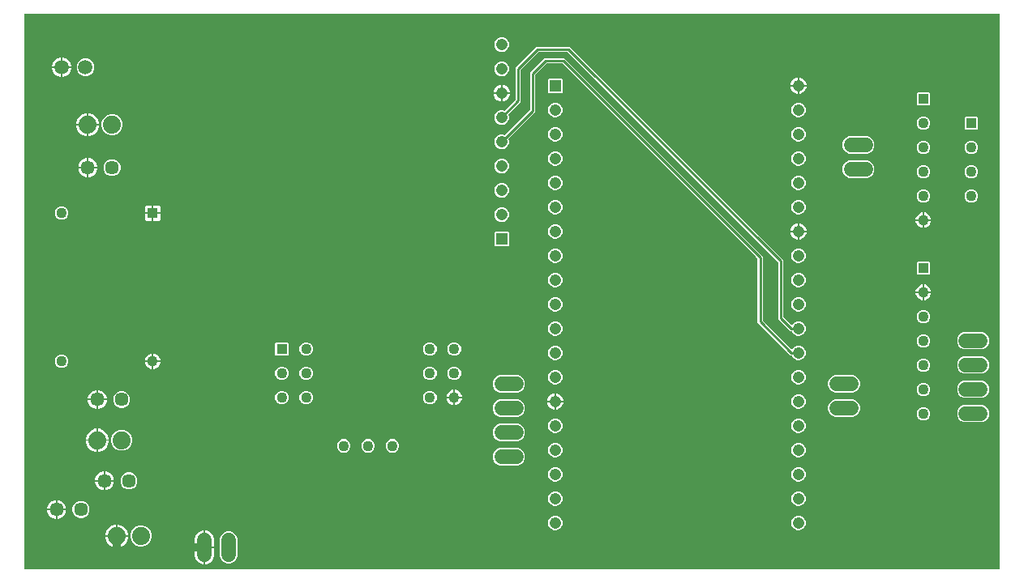
<source format=gbr>
G04 EAGLE Gerber RS-274X export*
G75*
%MOMM*%
%FSLAX34Y34*%
%LPD*%
%INBottom Copper*%
%IPPOS*%
%AMOC8*
5,1,8,0,0,1.08239X$1,22.5*%
G01*
G04 Define Apertures*
%ADD10R,1.208000X1.208000*%
%ADD11C,1.208000*%
%ADD12R,1.108000X1.108000*%
%ADD13C,1.108000*%
%ADD14C,1.508000*%
%ADD15C,1.879600*%
%ADD16C,1.450000*%
%ADD17C,1.524000*%
%ADD18C,0.220000*%
%ADD19C,0.812800*%
G36*
X1027375Y9220D02*
X1027078Y9160D01*
X9922Y9160D01*
X9647Y9211D01*
X9392Y9375D01*
X9220Y9625D01*
X9160Y9922D01*
X9160Y589078D01*
X9211Y589353D01*
X9375Y589608D01*
X9625Y589780D01*
X9922Y589840D01*
X1027078Y589840D01*
X1027353Y589789D01*
X1027608Y589625D01*
X1027780Y589375D01*
X1027840Y589078D01*
X1027840Y9922D01*
X1027789Y9647D01*
X1027625Y9392D01*
X1027375Y9220D01*
G37*
%LPC*%
G36*
X506095Y550136D02*
X509105Y550136D01*
X511885Y551288D01*
X514012Y553415D01*
X515164Y556195D01*
X515164Y559205D01*
X514012Y561985D01*
X511885Y564112D01*
X509105Y565264D01*
X506095Y565264D01*
X503315Y564112D01*
X501188Y561985D01*
X500036Y559205D01*
X500036Y556195D01*
X501188Y553415D01*
X503315Y551288D01*
X506095Y550136D01*
G37*
G36*
X815895Y253136D02*
X818905Y253136D01*
X821685Y254288D01*
X823812Y256415D01*
X824964Y259195D01*
X824964Y262205D01*
X823812Y264985D01*
X821685Y267112D01*
X818905Y268264D01*
X815895Y268264D01*
X813115Y267112D01*
X810988Y264985D01*
X810937Y264864D01*
X810789Y264634D01*
X810542Y264458D01*
X810246Y264393D01*
X809947Y264449D01*
X809695Y264616D01*
X801583Y272728D01*
X801420Y272969D01*
X801360Y273267D01*
X801360Y332351D01*
X578587Y555124D01*
X543913Y555124D01*
X522376Y533587D01*
X522376Y500303D01*
X522320Y500017D01*
X522153Y499764D01*
X511125Y488736D01*
X510889Y488576D01*
X510593Y488513D01*
X510295Y488571D01*
X509105Y489064D01*
X506095Y489064D01*
X503315Y487912D01*
X501188Y485785D01*
X500036Y483005D01*
X500036Y479995D01*
X501188Y477215D01*
X503315Y475088D01*
X506095Y473936D01*
X509105Y473936D01*
X511885Y475088D01*
X514012Y477215D01*
X515164Y479995D01*
X515164Y483005D01*
X514671Y484195D01*
X514613Y484474D01*
X514669Y484772D01*
X514836Y485025D01*
X527624Y497813D01*
X527624Y531097D01*
X527680Y531383D01*
X527847Y531636D01*
X545864Y549653D01*
X546105Y549816D01*
X546403Y549876D01*
X576097Y549876D01*
X576383Y549820D01*
X576636Y549653D01*
X795889Y330400D01*
X796052Y330159D01*
X796112Y329861D01*
X796112Y270777D01*
X808813Y258076D01*
X809791Y258076D01*
X810071Y258023D01*
X810325Y257857D01*
X810495Y257606D01*
X810988Y256415D01*
X813115Y254288D01*
X815895Y253136D01*
G37*
G36*
X37920Y534762D02*
X47238Y534762D01*
X47238Y544080D01*
X45995Y544080D01*
X42290Y542545D01*
X39455Y539710D01*
X37920Y536005D01*
X37920Y534762D01*
G37*
G36*
X48762Y534762D02*
X58080Y534762D01*
X58080Y536005D01*
X56545Y539710D01*
X53710Y542545D01*
X50005Y544080D01*
X48762Y544080D01*
X48762Y534762D01*
G37*
G36*
X815895Y227736D02*
X818905Y227736D01*
X821685Y228888D01*
X823812Y231015D01*
X824964Y233795D01*
X824964Y236805D01*
X823812Y239585D01*
X821685Y241712D01*
X818905Y242864D01*
X815895Y242864D01*
X813115Y241712D01*
X810988Y239585D01*
X810937Y239464D01*
X810789Y239234D01*
X810542Y239058D01*
X810246Y238993D01*
X809947Y239049D01*
X809695Y239216D01*
X780359Y268552D01*
X780196Y268793D01*
X780136Y269091D01*
X780136Y336075D01*
X572891Y543319D01*
X552109Y543319D01*
X537376Y528587D01*
X537376Y489903D01*
X537320Y489617D01*
X537153Y489364D01*
X511125Y463336D01*
X510889Y463176D01*
X510593Y463113D01*
X510295Y463171D01*
X509105Y463664D01*
X506095Y463664D01*
X503315Y462512D01*
X501188Y460385D01*
X500036Y457605D01*
X500036Y454595D01*
X501188Y451815D01*
X503315Y449688D01*
X506095Y448536D01*
X509105Y448536D01*
X511885Y449688D01*
X514012Y451815D01*
X515164Y454595D01*
X515164Y457605D01*
X514671Y458795D01*
X514613Y459074D01*
X514669Y459372D01*
X514836Y459625D01*
X542624Y487413D01*
X542624Y526097D01*
X542680Y526383D01*
X542847Y526636D01*
X554059Y537848D01*
X554301Y538011D01*
X554598Y538071D01*
X570402Y538071D01*
X570688Y538016D01*
X570941Y537848D01*
X774665Y334124D01*
X774828Y333883D01*
X774888Y333585D01*
X774888Y266601D01*
X808813Y232676D01*
X809791Y232676D01*
X810071Y232623D01*
X810325Y232457D01*
X810495Y232206D01*
X810988Y231015D01*
X813115Y228888D01*
X815895Y227736D01*
G37*
G36*
X71197Y524936D02*
X74803Y524936D01*
X78134Y526316D01*
X80684Y528866D01*
X82064Y532197D01*
X82064Y535803D01*
X80684Y539134D01*
X78134Y541684D01*
X74803Y543064D01*
X71197Y543064D01*
X67866Y541684D01*
X65316Y539134D01*
X63936Y535803D01*
X63936Y532197D01*
X65316Y528866D01*
X67866Y526316D01*
X71197Y524936D01*
G37*
G36*
X506095Y524736D02*
X509105Y524736D01*
X511885Y525888D01*
X514012Y528015D01*
X515164Y530795D01*
X515164Y533805D01*
X514012Y536585D01*
X511885Y538712D01*
X509105Y539864D01*
X506095Y539864D01*
X503315Y538712D01*
X501188Y536585D01*
X500036Y533805D01*
X500036Y530795D01*
X501188Y528015D01*
X503315Y525888D01*
X506095Y524736D01*
G37*
G36*
X45995Y523920D02*
X47238Y523920D01*
X47238Y533238D01*
X37920Y533238D01*
X37920Y531995D01*
X39455Y528290D01*
X42290Y525455D01*
X45995Y523920D01*
G37*
G36*
X48762Y523920D02*
X50005Y523920D01*
X53710Y525455D01*
X56545Y528290D01*
X58080Y531995D01*
X58080Y533238D01*
X48762Y533238D01*
X48762Y523920D01*
G37*
G36*
X808820Y515462D02*
X816638Y515462D01*
X816638Y523280D01*
X815693Y523280D01*
X812540Y521974D01*
X810126Y519560D01*
X808820Y516407D01*
X808820Y515462D01*
G37*
G36*
X818162Y515462D02*
X825980Y515462D01*
X825980Y516407D01*
X824674Y519560D01*
X822260Y521974D01*
X819107Y523280D01*
X818162Y523280D01*
X818162Y515462D01*
G37*
G36*
X556729Y507136D02*
X570071Y507136D01*
X570964Y508029D01*
X570964Y521371D01*
X570071Y522264D01*
X556729Y522264D01*
X555836Y521371D01*
X555836Y508029D01*
X556729Y507136D01*
G37*
G36*
X499020Y507662D02*
X506838Y507662D01*
X506838Y515480D01*
X505893Y515480D01*
X502740Y514174D01*
X500326Y511760D01*
X499020Y508607D01*
X499020Y507662D01*
G37*
G36*
X508362Y507662D02*
X516180Y507662D01*
X516180Y508607D01*
X514874Y511760D01*
X512460Y514174D01*
X509307Y515480D01*
X508362Y515480D01*
X508362Y507662D01*
G37*
G36*
X818162Y506120D02*
X819107Y506120D01*
X822260Y507426D01*
X824674Y509840D01*
X825980Y512993D01*
X825980Y513938D01*
X818162Y513938D01*
X818162Y506120D01*
G37*
G36*
X815693Y506120D02*
X816638Y506120D01*
X816638Y513938D01*
X808820Y513938D01*
X808820Y512993D01*
X810126Y509840D01*
X812540Y507426D01*
X815693Y506120D01*
G37*
G36*
X941829Y493936D02*
X954171Y493936D01*
X955064Y494829D01*
X955064Y507171D01*
X954171Y508064D01*
X941829Y508064D01*
X940936Y507171D01*
X940936Y494829D01*
X941829Y493936D01*
G37*
G36*
X508362Y498320D02*
X509307Y498320D01*
X512460Y499626D01*
X514874Y502040D01*
X516180Y505193D01*
X516180Y506138D01*
X508362Y506138D01*
X508362Y498320D01*
G37*
G36*
X505893Y498320D02*
X506838Y498320D01*
X506838Y506138D01*
X499020Y506138D01*
X499020Y505193D01*
X500326Y502040D01*
X502740Y499626D01*
X505893Y498320D01*
G37*
G36*
X815895Y481736D02*
X818905Y481736D01*
X821685Y482888D01*
X823812Y485015D01*
X824964Y487795D01*
X824964Y490805D01*
X823812Y493585D01*
X821685Y495712D01*
X818905Y496864D01*
X815895Y496864D01*
X813115Y495712D01*
X810988Y493585D01*
X809836Y490805D01*
X809836Y487795D01*
X810988Y485015D01*
X813115Y482888D01*
X815895Y481736D01*
G37*
G36*
X561895Y481736D02*
X564905Y481736D01*
X567685Y482888D01*
X569812Y485015D01*
X570964Y487795D01*
X570964Y490805D01*
X569812Y493585D01*
X567685Y495712D01*
X564905Y496864D01*
X561895Y496864D01*
X559115Y495712D01*
X556988Y493585D01*
X555836Y490805D01*
X555836Y487795D01*
X556988Y485015D01*
X559115Y482888D01*
X561895Y481736D01*
G37*
G36*
X63362Y474762D02*
X74538Y474762D01*
X74538Y485938D01*
X72925Y485938D01*
X68538Y484121D01*
X65179Y480762D01*
X63362Y476375D01*
X63362Y474762D01*
G37*
G36*
X76062Y474762D02*
X87238Y474762D01*
X87238Y476375D01*
X85421Y480762D01*
X82062Y484121D01*
X77675Y485938D01*
X76062Y485938D01*
X76062Y474762D01*
G37*
G36*
X98527Y463078D02*
X102873Y463078D01*
X106887Y464741D01*
X109959Y467813D01*
X111622Y471827D01*
X111622Y476173D01*
X109959Y480187D01*
X106887Y483259D01*
X102873Y484922D01*
X98527Y484922D01*
X94513Y483259D01*
X91441Y480187D01*
X89778Y476173D01*
X89778Y471827D01*
X91441Y467813D01*
X94513Y464741D01*
X98527Y463078D01*
G37*
G36*
X946595Y468536D02*
X949405Y468536D01*
X952001Y469611D01*
X953989Y471599D01*
X955064Y474195D01*
X955064Y477005D01*
X953989Y479601D01*
X952001Y481589D01*
X949405Y482664D01*
X946595Y482664D01*
X943999Y481589D01*
X942011Y479601D01*
X940936Y477005D01*
X940936Y474195D01*
X942011Y471599D01*
X943999Y469611D01*
X946595Y468536D01*
G37*
G36*
X991829Y468536D02*
X1004171Y468536D01*
X1005064Y469429D01*
X1005064Y481771D01*
X1004171Y482664D01*
X991829Y482664D01*
X990936Y481771D01*
X990936Y469429D01*
X991829Y468536D01*
G37*
G36*
X76062Y462062D02*
X77675Y462062D01*
X82062Y463879D01*
X85421Y467238D01*
X87238Y471625D01*
X87238Y473238D01*
X76062Y473238D01*
X76062Y462062D01*
G37*
G36*
X72925Y462062D02*
X74538Y462062D01*
X74538Y473238D01*
X63362Y473238D01*
X63362Y471625D01*
X65179Y467238D01*
X68538Y463879D01*
X72925Y462062D01*
G37*
G36*
X561895Y456336D02*
X564905Y456336D01*
X567685Y457488D01*
X569812Y459615D01*
X570964Y462395D01*
X570964Y465405D01*
X569812Y468185D01*
X567685Y470312D01*
X564905Y471464D01*
X561895Y471464D01*
X559115Y470312D01*
X556988Y468185D01*
X555836Y465405D01*
X555836Y462395D01*
X556988Y459615D01*
X559115Y457488D01*
X561895Y456336D01*
G37*
G36*
X815895Y456336D02*
X818905Y456336D01*
X821685Y457488D01*
X823812Y459615D01*
X824964Y462395D01*
X824964Y465405D01*
X823812Y468185D01*
X821685Y470312D01*
X818905Y471464D01*
X815895Y471464D01*
X813115Y470312D01*
X810988Y468185D01*
X809836Y465405D01*
X809836Y462395D01*
X810988Y459615D01*
X813115Y457488D01*
X815895Y456336D01*
G37*
G36*
X870561Y443556D02*
X889439Y443556D01*
X892800Y444948D01*
X895372Y447520D01*
X896764Y450881D01*
X896764Y454519D01*
X895372Y457880D01*
X892800Y460452D01*
X889439Y461844D01*
X870561Y461844D01*
X867200Y460452D01*
X864628Y457880D01*
X863236Y454519D01*
X863236Y450881D01*
X864628Y447520D01*
X867200Y444948D01*
X870561Y443556D01*
G37*
G36*
X996595Y443136D02*
X999405Y443136D01*
X1002001Y444211D01*
X1003989Y446199D01*
X1005064Y448795D01*
X1005064Y451605D01*
X1003989Y454201D01*
X1002001Y456189D01*
X999405Y457264D01*
X996595Y457264D01*
X993999Y456189D01*
X992011Y454201D01*
X990936Y451605D01*
X990936Y448795D01*
X992011Y446199D01*
X993999Y444211D01*
X996595Y443136D01*
G37*
G36*
X946595Y443136D02*
X949405Y443136D01*
X952001Y444211D01*
X953989Y446199D01*
X955064Y448795D01*
X955064Y451605D01*
X953989Y454201D01*
X952001Y456189D01*
X949405Y457264D01*
X946595Y457264D01*
X943999Y456189D01*
X942011Y454201D01*
X940936Y451605D01*
X940936Y448795D01*
X942011Y446199D01*
X943999Y444211D01*
X946595Y443136D01*
G37*
G36*
X815895Y430936D02*
X818905Y430936D01*
X821685Y432088D01*
X823812Y434215D01*
X824964Y436995D01*
X824964Y440005D01*
X823812Y442785D01*
X821685Y444912D01*
X818905Y446064D01*
X815895Y446064D01*
X813115Y444912D01*
X810988Y442785D01*
X809836Y440005D01*
X809836Y436995D01*
X810988Y434215D01*
X813115Y432088D01*
X815895Y430936D01*
G37*
G36*
X561895Y430936D02*
X564905Y430936D01*
X567685Y432088D01*
X569812Y434215D01*
X570964Y436995D01*
X570964Y440005D01*
X569812Y442785D01*
X567685Y444912D01*
X564905Y446064D01*
X561895Y446064D01*
X559115Y444912D01*
X556988Y442785D01*
X555836Y440005D01*
X555836Y436995D01*
X556988Y434215D01*
X559115Y432088D01*
X561895Y430936D01*
G37*
G36*
X65510Y429762D02*
X74538Y429762D01*
X74538Y438790D01*
X73353Y438790D01*
X69754Y437300D01*
X67000Y434546D01*
X65510Y430947D01*
X65510Y429762D01*
G37*
G36*
X76062Y429762D02*
X85090Y429762D01*
X85090Y430947D01*
X83600Y434546D01*
X80846Y437300D01*
X77247Y438790D01*
X76062Y438790D01*
X76062Y429762D01*
G37*
G36*
X506095Y423136D02*
X509105Y423136D01*
X511885Y424288D01*
X514012Y426415D01*
X515164Y429195D01*
X515164Y432205D01*
X514012Y434985D01*
X511885Y437112D01*
X509105Y438264D01*
X506095Y438264D01*
X503315Y437112D01*
X501188Y434985D01*
X500036Y432205D01*
X500036Y429195D01*
X501188Y426415D01*
X503315Y424288D01*
X506095Y423136D01*
G37*
G36*
X98955Y420226D02*
X102445Y420226D01*
X105670Y421562D01*
X108138Y424030D01*
X109474Y427255D01*
X109474Y430745D01*
X108138Y433970D01*
X105670Y436438D01*
X102445Y437774D01*
X98955Y437774D01*
X95730Y436438D01*
X93262Y433970D01*
X91926Y430745D01*
X91926Y427255D01*
X93262Y424030D01*
X95730Y421562D01*
X98955Y420226D01*
G37*
G36*
X870561Y418156D02*
X889439Y418156D01*
X892800Y419548D01*
X895372Y422120D01*
X896764Y425481D01*
X896764Y429119D01*
X895372Y432480D01*
X892800Y435052D01*
X889439Y436444D01*
X870561Y436444D01*
X867200Y435052D01*
X864628Y432480D01*
X863236Y429119D01*
X863236Y425481D01*
X864628Y422120D01*
X867200Y419548D01*
X870561Y418156D01*
G37*
G36*
X996595Y417736D02*
X999405Y417736D01*
X1002001Y418811D01*
X1003989Y420799D01*
X1005064Y423395D01*
X1005064Y426205D01*
X1003989Y428801D01*
X1002001Y430789D01*
X999405Y431864D01*
X996595Y431864D01*
X993999Y430789D01*
X992011Y428801D01*
X990936Y426205D01*
X990936Y423395D01*
X992011Y420799D01*
X993999Y418811D01*
X996595Y417736D01*
G37*
G36*
X946595Y417736D02*
X949405Y417736D01*
X952001Y418811D01*
X953989Y420799D01*
X955064Y423395D01*
X955064Y426205D01*
X953989Y428801D01*
X952001Y430789D01*
X949405Y431864D01*
X946595Y431864D01*
X943999Y430789D01*
X942011Y428801D01*
X940936Y426205D01*
X940936Y423395D01*
X942011Y420799D01*
X943999Y418811D01*
X946595Y417736D01*
G37*
G36*
X76062Y419210D02*
X77247Y419210D01*
X80846Y420700D01*
X83600Y423454D01*
X85090Y427053D01*
X85090Y428238D01*
X76062Y428238D01*
X76062Y419210D01*
G37*
G36*
X73353Y419210D02*
X74538Y419210D01*
X74538Y428238D01*
X65510Y428238D01*
X65510Y427053D01*
X67000Y423454D01*
X69754Y420700D01*
X73353Y419210D01*
G37*
G36*
X815895Y405536D02*
X818905Y405536D01*
X821685Y406688D01*
X823812Y408815D01*
X824964Y411595D01*
X824964Y414605D01*
X823812Y417385D01*
X821685Y419512D01*
X818905Y420664D01*
X815895Y420664D01*
X813115Y419512D01*
X810988Y417385D01*
X809836Y414605D01*
X809836Y411595D01*
X810988Y408815D01*
X813115Y406688D01*
X815895Y405536D01*
G37*
G36*
X561895Y405536D02*
X564905Y405536D01*
X567685Y406688D01*
X569812Y408815D01*
X570964Y411595D01*
X570964Y414605D01*
X569812Y417385D01*
X567685Y419512D01*
X564905Y420664D01*
X561895Y420664D01*
X559115Y419512D01*
X556988Y417385D01*
X555836Y414605D01*
X555836Y411595D01*
X556988Y408815D01*
X559115Y406688D01*
X561895Y405536D01*
G37*
G36*
X506095Y397736D02*
X509105Y397736D01*
X511885Y398888D01*
X514012Y401015D01*
X515164Y403795D01*
X515164Y406805D01*
X514012Y409585D01*
X511885Y411712D01*
X509105Y412864D01*
X506095Y412864D01*
X503315Y411712D01*
X501188Y409585D01*
X500036Y406805D01*
X500036Y403795D01*
X501188Y401015D01*
X503315Y398888D01*
X506095Y397736D01*
G37*
G36*
X946595Y392336D02*
X949405Y392336D01*
X952001Y393411D01*
X953989Y395399D01*
X955064Y397995D01*
X955064Y400805D01*
X953989Y403401D01*
X952001Y405389D01*
X949405Y406464D01*
X946595Y406464D01*
X943999Y405389D01*
X942011Y403401D01*
X940936Y400805D01*
X940936Y397995D01*
X942011Y395399D01*
X943999Y393411D01*
X946595Y392336D01*
G37*
G36*
X996595Y392336D02*
X999405Y392336D01*
X1002001Y393411D01*
X1003989Y395399D01*
X1005064Y397995D01*
X1005064Y400805D01*
X1003989Y403401D01*
X1002001Y405389D01*
X999405Y406464D01*
X996595Y406464D01*
X993999Y405389D01*
X992011Y403401D01*
X990936Y400805D01*
X990936Y397995D01*
X992011Y395399D01*
X993999Y393411D01*
X996595Y392336D01*
G37*
G36*
X815895Y380136D02*
X818905Y380136D01*
X821685Y381288D01*
X823812Y383415D01*
X824964Y386195D01*
X824964Y389205D01*
X823812Y391985D01*
X821685Y394112D01*
X818905Y395264D01*
X815895Y395264D01*
X813115Y394112D01*
X810988Y391985D01*
X809836Y389205D01*
X809836Y386195D01*
X810988Y383415D01*
X813115Y381288D01*
X815895Y380136D01*
G37*
G36*
X561895Y380136D02*
X564905Y380136D01*
X567685Y381288D01*
X569812Y383415D01*
X570964Y386195D01*
X570964Y389205D01*
X569812Y391985D01*
X567685Y394112D01*
X564905Y395264D01*
X561895Y395264D01*
X559115Y394112D01*
X556988Y391985D01*
X555836Y389205D01*
X555836Y386195D01*
X556988Y383415D01*
X559115Y381288D01*
X561895Y380136D01*
G37*
G36*
X134920Y382262D02*
X142238Y382262D01*
X142238Y389580D01*
X136408Y389580D01*
X134920Y388092D01*
X134920Y382262D01*
G37*
G36*
X143762Y382262D02*
X151080Y382262D01*
X151080Y388092D01*
X149592Y389580D01*
X143762Y389580D01*
X143762Y382262D01*
G37*
G36*
X46595Y374436D02*
X49405Y374436D01*
X52001Y375511D01*
X53989Y377499D01*
X55064Y380095D01*
X55064Y382905D01*
X53989Y385501D01*
X52001Y387489D01*
X49405Y388564D01*
X46595Y388564D01*
X43999Y387489D01*
X42011Y385501D01*
X40936Y382905D01*
X40936Y380095D01*
X42011Y377499D01*
X43999Y375511D01*
X46595Y374436D01*
G37*
G36*
X506095Y372336D02*
X509105Y372336D01*
X511885Y373488D01*
X514012Y375615D01*
X515164Y378395D01*
X515164Y381405D01*
X514012Y384185D01*
X511885Y386312D01*
X509105Y387464D01*
X506095Y387464D01*
X503315Y386312D01*
X501188Y384185D01*
X500036Y381405D01*
X500036Y378395D01*
X501188Y375615D01*
X503315Y373488D01*
X506095Y372336D01*
G37*
G36*
X939920Y374762D02*
X947238Y374762D01*
X947238Y382080D01*
X946393Y382080D01*
X943423Y380850D01*
X941150Y378577D01*
X939920Y375607D01*
X939920Y374762D01*
G37*
G36*
X948762Y374762D02*
X956080Y374762D01*
X956080Y375607D01*
X954850Y378577D01*
X952577Y380850D01*
X949607Y382080D01*
X948762Y382080D01*
X948762Y374762D01*
G37*
G36*
X143762Y373420D02*
X149592Y373420D01*
X151080Y374908D01*
X151080Y380738D01*
X143762Y380738D01*
X143762Y373420D01*
G37*
G36*
X136408Y373420D02*
X142238Y373420D01*
X142238Y380738D01*
X134920Y380738D01*
X134920Y374908D01*
X136408Y373420D01*
G37*
G36*
X948762Y365920D02*
X949607Y365920D01*
X952577Y367150D01*
X954850Y369423D01*
X956080Y372393D01*
X956080Y373238D01*
X948762Y373238D01*
X948762Y365920D01*
G37*
G36*
X946393Y365920D02*
X947238Y365920D01*
X947238Y373238D01*
X939920Y373238D01*
X939920Y372393D01*
X941150Y369423D01*
X943423Y367150D01*
X946393Y365920D01*
G37*
G36*
X808820Y363062D02*
X816638Y363062D01*
X816638Y370880D01*
X815693Y370880D01*
X812540Y369574D01*
X810126Y367160D01*
X808820Y364007D01*
X808820Y363062D01*
G37*
G36*
X818162Y363062D02*
X825980Y363062D01*
X825980Y364007D01*
X824674Y367160D01*
X822260Y369574D01*
X819107Y370880D01*
X818162Y370880D01*
X818162Y363062D01*
G37*
G36*
X561895Y354736D02*
X564905Y354736D01*
X567685Y355888D01*
X569812Y358015D01*
X570964Y360795D01*
X570964Y363805D01*
X569812Y366585D01*
X567685Y368712D01*
X564905Y369864D01*
X561895Y369864D01*
X559115Y368712D01*
X556988Y366585D01*
X555836Y363805D01*
X555836Y360795D01*
X556988Y358015D01*
X559115Y355888D01*
X561895Y354736D01*
G37*
G36*
X500929Y346936D02*
X514271Y346936D01*
X515164Y347829D01*
X515164Y361171D01*
X514271Y362064D01*
X500929Y362064D01*
X500036Y361171D01*
X500036Y347829D01*
X500929Y346936D01*
G37*
G36*
X818162Y353720D02*
X819107Y353720D01*
X822260Y355026D01*
X824674Y357440D01*
X825980Y360593D01*
X825980Y361538D01*
X818162Y361538D01*
X818162Y353720D01*
G37*
G36*
X815693Y353720D02*
X816638Y353720D01*
X816638Y361538D01*
X808820Y361538D01*
X808820Y360593D01*
X810126Y357440D01*
X812540Y355026D01*
X815693Y353720D01*
G37*
G36*
X815895Y329336D02*
X818905Y329336D01*
X821685Y330488D01*
X823812Y332615D01*
X824964Y335395D01*
X824964Y338405D01*
X823812Y341185D01*
X821685Y343312D01*
X818905Y344464D01*
X815895Y344464D01*
X813115Y343312D01*
X810988Y341185D01*
X809836Y338405D01*
X809836Y335395D01*
X810988Y332615D01*
X813115Y330488D01*
X815895Y329336D01*
G37*
G36*
X561895Y329336D02*
X564905Y329336D01*
X567685Y330488D01*
X569812Y332615D01*
X570964Y335395D01*
X570964Y338405D01*
X569812Y341185D01*
X567685Y343312D01*
X564905Y344464D01*
X561895Y344464D01*
X559115Y343312D01*
X556988Y341185D01*
X555836Y338405D01*
X555836Y335395D01*
X556988Y332615D01*
X559115Y330488D01*
X561895Y329336D01*
G37*
G36*
X941829Y316936D02*
X954171Y316936D01*
X955064Y317829D01*
X955064Y330171D01*
X954171Y331064D01*
X941829Y331064D01*
X940936Y330171D01*
X940936Y317829D01*
X941829Y316936D01*
G37*
G36*
X815895Y303936D02*
X818905Y303936D01*
X821685Y305088D01*
X823812Y307215D01*
X824964Y309995D01*
X824964Y313005D01*
X823812Y315785D01*
X821685Y317912D01*
X818905Y319064D01*
X815895Y319064D01*
X813115Y317912D01*
X810988Y315785D01*
X809836Y313005D01*
X809836Y309995D01*
X810988Y307215D01*
X813115Y305088D01*
X815895Y303936D01*
G37*
G36*
X561895Y303936D02*
X564905Y303936D01*
X567685Y305088D01*
X569812Y307215D01*
X570964Y309995D01*
X570964Y313005D01*
X569812Y315785D01*
X567685Y317912D01*
X564905Y319064D01*
X561895Y319064D01*
X559115Y317912D01*
X556988Y315785D01*
X555836Y313005D01*
X555836Y309995D01*
X556988Y307215D01*
X559115Y305088D01*
X561895Y303936D01*
G37*
G36*
X939920Y299362D02*
X947238Y299362D01*
X947238Y306680D01*
X946393Y306680D01*
X943423Y305450D01*
X941150Y303177D01*
X939920Y300207D01*
X939920Y299362D01*
G37*
G36*
X948762Y299362D02*
X956080Y299362D01*
X956080Y300207D01*
X954850Y303177D01*
X952577Y305450D01*
X949607Y306680D01*
X948762Y306680D01*
X948762Y299362D01*
G37*
G36*
X948762Y290520D02*
X949607Y290520D01*
X952577Y291750D01*
X954850Y294023D01*
X956080Y296993D01*
X956080Y297838D01*
X948762Y297838D01*
X948762Y290520D01*
G37*
G36*
X946393Y290520D02*
X947238Y290520D01*
X947238Y297838D01*
X939920Y297838D01*
X939920Y296993D01*
X941150Y294023D01*
X943423Y291750D01*
X946393Y290520D01*
G37*
G36*
X815895Y278536D02*
X818905Y278536D01*
X821685Y279688D01*
X823812Y281815D01*
X824964Y284595D01*
X824964Y287605D01*
X823812Y290385D01*
X821685Y292512D01*
X818905Y293664D01*
X815895Y293664D01*
X813115Y292512D01*
X810988Y290385D01*
X809836Y287605D01*
X809836Y284595D01*
X810988Y281815D01*
X813115Y279688D01*
X815895Y278536D01*
G37*
G36*
X561895Y278536D02*
X564905Y278536D01*
X567685Y279688D01*
X569812Y281815D01*
X570964Y284595D01*
X570964Y287605D01*
X569812Y290385D01*
X567685Y292512D01*
X564905Y293664D01*
X561895Y293664D01*
X559115Y292512D01*
X556988Y290385D01*
X555836Y287605D01*
X555836Y284595D01*
X556988Y281815D01*
X559115Y279688D01*
X561895Y278536D01*
G37*
G36*
X946595Y266136D02*
X949405Y266136D01*
X952001Y267211D01*
X953989Y269199D01*
X955064Y271795D01*
X955064Y274605D01*
X953989Y277201D01*
X952001Y279189D01*
X949405Y280264D01*
X946595Y280264D01*
X943999Y279189D01*
X942011Y277201D01*
X940936Y274605D01*
X940936Y271795D01*
X942011Y269199D01*
X943999Y267211D01*
X946595Y266136D01*
G37*
G36*
X561895Y253136D02*
X564905Y253136D01*
X567685Y254288D01*
X569812Y256415D01*
X570964Y259195D01*
X570964Y262205D01*
X569812Y264985D01*
X567685Y267112D01*
X564905Y268264D01*
X561895Y268264D01*
X559115Y267112D01*
X556988Y264985D01*
X555836Y262205D01*
X555836Y259195D01*
X556988Y256415D01*
X559115Y254288D01*
X561895Y253136D01*
G37*
G36*
X990561Y238956D02*
X1009439Y238956D01*
X1012800Y240348D01*
X1015372Y242920D01*
X1016764Y246281D01*
X1016764Y249919D01*
X1015372Y253280D01*
X1012800Y255852D01*
X1009439Y257244D01*
X990561Y257244D01*
X987200Y255852D01*
X984628Y253280D01*
X983236Y249919D01*
X983236Y246281D01*
X984628Y242920D01*
X987200Y240348D01*
X990561Y238956D01*
G37*
G36*
X946595Y240736D02*
X949405Y240736D01*
X952001Y241811D01*
X953989Y243799D01*
X955064Y246395D01*
X955064Y249205D01*
X953989Y251801D01*
X952001Y253789D01*
X949405Y254864D01*
X946595Y254864D01*
X943999Y253789D01*
X942011Y251801D01*
X940936Y249205D01*
X940936Y246395D01*
X942011Y243799D01*
X943999Y241811D01*
X946595Y240736D01*
G37*
G36*
X301995Y232336D02*
X304805Y232336D01*
X307401Y233411D01*
X309389Y235399D01*
X310464Y237995D01*
X310464Y240805D01*
X309389Y243401D01*
X307401Y245389D01*
X304805Y246464D01*
X301995Y246464D01*
X299399Y245389D01*
X297411Y243401D01*
X296336Y240805D01*
X296336Y237995D01*
X297411Y235399D01*
X299399Y233411D01*
X301995Y232336D01*
G37*
G36*
X456595Y232336D02*
X459405Y232336D01*
X462001Y233411D01*
X463989Y235399D01*
X465064Y237995D01*
X465064Y240805D01*
X463989Y243401D01*
X462001Y245389D01*
X459405Y246464D01*
X456595Y246464D01*
X453999Y245389D01*
X452011Y243401D01*
X450936Y240805D01*
X450936Y237995D01*
X452011Y235399D01*
X453999Y233411D01*
X456595Y232336D01*
G37*
G36*
X431195Y232336D02*
X434005Y232336D01*
X436601Y233411D01*
X438589Y235399D01*
X439664Y237995D01*
X439664Y240805D01*
X438589Y243401D01*
X436601Y245389D01*
X434005Y246464D01*
X431195Y246464D01*
X428599Y245389D01*
X426611Y243401D01*
X425536Y240805D01*
X425536Y237995D01*
X426611Y235399D01*
X428599Y233411D01*
X431195Y232336D01*
G37*
G36*
X271829Y232336D02*
X284171Y232336D01*
X285064Y233229D01*
X285064Y245571D01*
X284171Y246464D01*
X271829Y246464D01*
X270936Y245571D01*
X270936Y233229D01*
X271829Y232336D01*
G37*
G36*
X561895Y227736D02*
X564905Y227736D01*
X567685Y228888D01*
X569812Y231015D01*
X570964Y233795D01*
X570964Y236805D01*
X569812Y239585D01*
X567685Y241712D01*
X564905Y242864D01*
X561895Y242864D01*
X559115Y241712D01*
X556988Y239585D01*
X555836Y236805D01*
X555836Y233795D01*
X556988Y231015D01*
X559115Y228888D01*
X561895Y227736D01*
G37*
G36*
X134920Y227262D02*
X142238Y227262D01*
X142238Y234580D01*
X141393Y234580D01*
X138423Y233350D01*
X136150Y231077D01*
X134920Y228107D01*
X134920Y227262D01*
G37*
G36*
X143762Y227262D02*
X151080Y227262D01*
X151080Y228107D01*
X149850Y231077D01*
X147577Y233350D01*
X144607Y234580D01*
X143762Y234580D01*
X143762Y227262D01*
G37*
G36*
X46595Y219436D02*
X49405Y219436D01*
X52001Y220511D01*
X53989Y222499D01*
X55064Y225095D01*
X55064Y227905D01*
X53989Y230501D01*
X52001Y232489D01*
X49405Y233564D01*
X46595Y233564D01*
X43999Y232489D01*
X42011Y230501D01*
X40936Y227905D01*
X40936Y225095D01*
X42011Y222499D01*
X43999Y220511D01*
X46595Y219436D01*
G37*
G36*
X990561Y213556D02*
X1009439Y213556D01*
X1012800Y214948D01*
X1015372Y217520D01*
X1016764Y220881D01*
X1016764Y224519D01*
X1015372Y227880D01*
X1012800Y230452D01*
X1009439Y231844D01*
X990561Y231844D01*
X987200Y230452D01*
X984628Y227880D01*
X983236Y224519D01*
X983236Y220881D01*
X984628Y217520D01*
X987200Y214948D01*
X990561Y213556D01*
G37*
G36*
X946595Y215336D02*
X949405Y215336D01*
X952001Y216411D01*
X953989Y218399D01*
X955064Y220995D01*
X955064Y223805D01*
X953989Y226401D01*
X952001Y228389D01*
X949405Y229464D01*
X946595Y229464D01*
X943999Y228389D01*
X942011Y226401D01*
X940936Y223805D01*
X940936Y220995D01*
X942011Y218399D01*
X943999Y216411D01*
X946595Y215336D01*
G37*
G36*
X143762Y218420D02*
X144607Y218420D01*
X147577Y219650D01*
X149850Y221923D01*
X151080Y224893D01*
X151080Y225738D01*
X143762Y225738D01*
X143762Y218420D01*
G37*
G36*
X141393Y218420D02*
X142238Y218420D01*
X142238Y225738D01*
X134920Y225738D01*
X134920Y224893D01*
X136150Y221923D01*
X138423Y219650D01*
X141393Y218420D01*
G37*
G36*
X276595Y206936D02*
X279405Y206936D01*
X282001Y208011D01*
X283989Y209999D01*
X285064Y212595D01*
X285064Y215405D01*
X283989Y218001D01*
X282001Y219989D01*
X279405Y221064D01*
X276595Y221064D01*
X273999Y219989D01*
X272011Y218001D01*
X270936Y215405D01*
X270936Y212595D01*
X272011Y209999D01*
X273999Y208011D01*
X276595Y206936D01*
G37*
G36*
X301995Y206936D02*
X304805Y206936D01*
X307401Y208011D01*
X309389Y209999D01*
X310464Y212595D01*
X310464Y215405D01*
X309389Y218001D01*
X307401Y219989D01*
X304805Y221064D01*
X301995Y221064D01*
X299399Y219989D01*
X297411Y218001D01*
X296336Y215405D01*
X296336Y212595D01*
X297411Y209999D01*
X299399Y208011D01*
X301995Y206936D01*
G37*
G36*
X431195Y206936D02*
X434005Y206936D01*
X436601Y208011D01*
X438589Y209999D01*
X439664Y212595D01*
X439664Y215405D01*
X438589Y218001D01*
X436601Y219989D01*
X434005Y221064D01*
X431195Y221064D01*
X428599Y219989D01*
X426611Y218001D01*
X425536Y215405D01*
X425536Y212595D01*
X426611Y209999D01*
X428599Y208011D01*
X431195Y206936D01*
G37*
G36*
X456595Y206936D02*
X459405Y206936D01*
X462001Y208011D01*
X463989Y209999D01*
X465064Y212595D01*
X465064Y215405D01*
X463989Y218001D01*
X462001Y219989D01*
X459405Y221064D01*
X456595Y221064D01*
X453999Y219989D01*
X452011Y218001D01*
X450936Y215405D01*
X450936Y212595D01*
X452011Y209999D01*
X453999Y208011D01*
X456595Y206936D01*
G37*
G36*
X561895Y202336D02*
X564905Y202336D01*
X567685Y203488D01*
X569812Y205615D01*
X570964Y208395D01*
X570964Y211405D01*
X569812Y214185D01*
X567685Y216312D01*
X564905Y217464D01*
X561895Y217464D01*
X559115Y216312D01*
X556988Y214185D01*
X555836Y211405D01*
X555836Y208395D01*
X556988Y205615D01*
X559115Y203488D01*
X561895Y202336D01*
G37*
G36*
X815895Y202336D02*
X818905Y202336D01*
X821685Y203488D01*
X823812Y205615D01*
X824964Y208395D01*
X824964Y211405D01*
X823812Y214185D01*
X821685Y216312D01*
X818905Y217464D01*
X815895Y217464D01*
X813115Y216312D01*
X810988Y214185D01*
X809836Y211405D01*
X809836Y208395D01*
X810988Y205615D01*
X813115Y203488D01*
X815895Y202336D01*
G37*
G36*
X505561Y193956D02*
X524439Y193956D01*
X527800Y195348D01*
X530372Y197920D01*
X531764Y201281D01*
X531764Y204919D01*
X530372Y208280D01*
X527800Y210852D01*
X524439Y212244D01*
X505561Y212244D01*
X502200Y210852D01*
X499628Y208280D01*
X498236Y204919D01*
X498236Y201281D01*
X499628Y197920D01*
X502200Y195348D01*
X505561Y193956D01*
G37*
G36*
X855561Y193556D02*
X874439Y193556D01*
X877800Y194948D01*
X880372Y197520D01*
X881764Y200881D01*
X881764Y204519D01*
X880372Y207880D01*
X877800Y210452D01*
X874439Y211844D01*
X855561Y211844D01*
X852200Y210452D01*
X849628Y207880D01*
X848236Y204519D01*
X848236Y200881D01*
X849628Y197520D01*
X852200Y194948D01*
X855561Y193556D01*
G37*
G36*
X990561Y188156D02*
X1009439Y188156D01*
X1012800Y189548D01*
X1015372Y192120D01*
X1016764Y195481D01*
X1016764Y199119D01*
X1015372Y202480D01*
X1012800Y205052D01*
X1009439Y206444D01*
X990561Y206444D01*
X987200Y205052D01*
X984628Y202480D01*
X983236Y199119D01*
X983236Y195481D01*
X984628Y192120D01*
X987200Y189548D01*
X990561Y188156D01*
G37*
G36*
X946595Y189936D02*
X949405Y189936D01*
X952001Y191011D01*
X953989Y192999D01*
X955064Y195595D01*
X955064Y198405D01*
X953989Y201001D01*
X952001Y202989D01*
X949405Y204064D01*
X946595Y204064D01*
X943999Y202989D01*
X942011Y201001D01*
X940936Y198405D01*
X940936Y195595D01*
X942011Y192999D01*
X943999Y191011D01*
X946595Y189936D01*
G37*
G36*
X449920Y189362D02*
X457238Y189362D01*
X457238Y196680D01*
X456393Y196680D01*
X453423Y195450D01*
X451150Y193177D01*
X449920Y190207D01*
X449920Y189362D01*
G37*
G36*
X458762Y189362D02*
X466080Y189362D01*
X466080Y190207D01*
X464850Y193177D01*
X462577Y195450D01*
X459607Y196680D01*
X458762Y196680D01*
X458762Y189362D01*
G37*
G36*
X75510Y187262D02*
X84538Y187262D01*
X84538Y196290D01*
X83353Y196290D01*
X79754Y194800D01*
X77000Y192046D01*
X75510Y188447D01*
X75510Y187262D01*
G37*
G36*
X86062Y187262D02*
X95090Y187262D01*
X95090Y188447D01*
X93600Y192046D01*
X90846Y194800D01*
X87247Y196290D01*
X86062Y196290D01*
X86062Y187262D01*
G37*
G36*
X431195Y181536D02*
X434005Y181536D01*
X436601Y182611D01*
X438589Y184599D01*
X439664Y187195D01*
X439664Y190005D01*
X438589Y192601D01*
X436601Y194589D01*
X434005Y195664D01*
X431195Y195664D01*
X428599Y194589D01*
X426611Y192601D01*
X425536Y190005D01*
X425536Y187195D01*
X426611Y184599D01*
X428599Y182611D01*
X431195Y181536D01*
G37*
G36*
X301995Y181536D02*
X304805Y181536D01*
X307401Y182611D01*
X309389Y184599D01*
X310464Y187195D01*
X310464Y190005D01*
X309389Y192601D01*
X307401Y194589D01*
X304805Y195664D01*
X301995Y195664D01*
X299399Y194589D01*
X297411Y192601D01*
X296336Y190005D01*
X296336Y187195D01*
X297411Y184599D01*
X299399Y182611D01*
X301995Y181536D01*
G37*
G36*
X276595Y181536D02*
X279405Y181536D01*
X282001Y182611D01*
X283989Y184599D01*
X285064Y187195D01*
X285064Y190005D01*
X283989Y192601D01*
X282001Y194589D01*
X279405Y195664D01*
X276595Y195664D01*
X273999Y194589D01*
X272011Y192601D01*
X270936Y190005D01*
X270936Y187195D01*
X272011Y184599D01*
X273999Y182611D01*
X276595Y181536D01*
G37*
G36*
X108955Y177726D02*
X112445Y177726D01*
X115670Y179062D01*
X118138Y181530D01*
X119474Y184755D01*
X119474Y188245D01*
X118138Y191470D01*
X115670Y193938D01*
X112445Y195274D01*
X108955Y195274D01*
X105730Y193938D01*
X103262Y191470D01*
X101926Y188245D01*
X101926Y184755D01*
X103262Y181530D01*
X105730Y179062D01*
X108955Y177726D01*
G37*
G36*
X554820Y185262D02*
X562638Y185262D01*
X562638Y193080D01*
X561693Y193080D01*
X558540Y191774D01*
X556126Y189360D01*
X554820Y186207D01*
X554820Y185262D01*
G37*
G36*
X564162Y185262D02*
X571980Y185262D01*
X571980Y186207D01*
X570674Y189360D01*
X568260Y191774D01*
X565107Y193080D01*
X564162Y193080D01*
X564162Y185262D01*
G37*
G36*
X815895Y176936D02*
X818905Y176936D01*
X821685Y178088D01*
X823812Y180215D01*
X824964Y182995D01*
X824964Y186005D01*
X823812Y188785D01*
X821685Y190912D01*
X818905Y192064D01*
X815895Y192064D01*
X813115Y190912D01*
X810988Y188785D01*
X809836Y186005D01*
X809836Y182995D01*
X810988Y180215D01*
X813115Y178088D01*
X815895Y176936D01*
G37*
G36*
X458762Y180520D02*
X459607Y180520D01*
X462577Y181750D01*
X464850Y184023D01*
X466080Y186993D01*
X466080Y187838D01*
X458762Y187838D01*
X458762Y180520D01*
G37*
G36*
X456393Y180520D02*
X457238Y180520D01*
X457238Y187838D01*
X449920Y187838D01*
X449920Y186993D01*
X451150Y184023D01*
X453423Y181750D01*
X456393Y180520D01*
G37*
G36*
X505561Y168556D02*
X524439Y168556D01*
X527800Y169948D01*
X530372Y172520D01*
X531764Y175881D01*
X531764Y179519D01*
X530372Y182880D01*
X527800Y185452D01*
X524439Y186844D01*
X505561Y186844D01*
X502200Y185452D01*
X499628Y182880D01*
X498236Y179519D01*
X498236Y175881D01*
X499628Y172520D01*
X502200Y169948D01*
X505561Y168556D01*
G37*
G36*
X855561Y168156D02*
X874439Y168156D01*
X877800Y169548D01*
X880372Y172120D01*
X881764Y175481D01*
X881764Y179119D01*
X880372Y182480D01*
X877800Y185052D01*
X874439Y186444D01*
X855561Y186444D01*
X852200Y185052D01*
X849628Y182480D01*
X848236Y179119D01*
X848236Y175481D01*
X849628Y172120D01*
X852200Y169548D01*
X855561Y168156D01*
G37*
G36*
X86062Y176710D02*
X87247Y176710D01*
X90846Y178200D01*
X93600Y180954D01*
X95090Y184553D01*
X95090Y185738D01*
X86062Y185738D01*
X86062Y176710D01*
G37*
G36*
X83353Y176710D02*
X84538Y176710D01*
X84538Y185738D01*
X75510Y185738D01*
X75510Y184553D01*
X77000Y180954D01*
X79754Y178200D01*
X83353Y176710D01*
G37*
G36*
X564162Y175920D02*
X565107Y175920D01*
X568260Y177226D01*
X570674Y179640D01*
X571980Y182793D01*
X571980Y183738D01*
X564162Y183738D01*
X564162Y175920D01*
G37*
G36*
X561693Y175920D02*
X562638Y175920D01*
X562638Y183738D01*
X554820Y183738D01*
X554820Y182793D01*
X556126Y179640D01*
X558540Y177226D01*
X561693Y175920D01*
G37*
G36*
X990561Y162756D02*
X1009439Y162756D01*
X1012800Y164148D01*
X1015372Y166720D01*
X1016764Y170081D01*
X1016764Y173719D01*
X1015372Y177080D01*
X1012800Y179652D01*
X1009439Y181044D01*
X990561Y181044D01*
X987200Y179652D01*
X984628Y177080D01*
X983236Y173719D01*
X983236Y170081D01*
X984628Y166720D01*
X987200Y164148D01*
X990561Y162756D01*
G37*
G36*
X946595Y164536D02*
X949405Y164536D01*
X952001Y165611D01*
X953989Y167599D01*
X955064Y170195D01*
X955064Y173005D01*
X953989Y175601D01*
X952001Y177589D01*
X949405Y178664D01*
X946595Y178664D01*
X943999Y177589D01*
X942011Y175601D01*
X940936Y173005D01*
X940936Y170195D01*
X942011Y167599D01*
X943999Y165611D01*
X946595Y164536D01*
G37*
G36*
X815895Y151536D02*
X818905Y151536D01*
X821685Y152688D01*
X823812Y154815D01*
X824964Y157595D01*
X824964Y160605D01*
X823812Y163385D01*
X821685Y165512D01*
X818905Y166664D01*
X815895Y166664D01*
X813115Y165512D01*
X810988Y163385D01*
X809836Y160605D01*
X809836Y157595D01*
X810988Y154815D01*
X813115Y152688D01*
X815895Y151536D01*
G37*
G36*
X561895Y151536D02*
X564905Y151536D01*
X567685Y152688D01*
X569812Y154815D01*
X570964Y157595D01*
X570964Y160605D01*
X569812Y163385D01*
X567685Y165512D01*
X564905Y166664D01*
X561895Y166664D01*
X559115Y165512D01*
X556988Y163385D01*
X555836Y160605D01*
X555836Y157595D01*
X556988Y154815D01*
X559115Y152688D01*
X561895Y151536D01*
G37*
G36*
X505561Y143156D02*
X524439Y143156D01*
X527800Y144548D01*
X530372Y147120D01*
X531764Y150481D01*
X531764Y154119D01*
X530372Y157480D01*
X527800Y160052D01*
X524439Y161444D01*
X505561Y161444D01*
X502200Y160052D01*
X499628Y157480D01*
X498236Y154119D01*
X498236Y150481D01*
X499628Y147120D01*
X502200Y144548D01*
X505561Y143156D01*
G37*
G36*
X73362Y144762D02*
X84538Y144762D01*
X84538Y155938D01*
X82925Y155938D01*
X78538Y154121D01*
X75179Y150762D01*
X73362Y146375D01*
X73362Y144762D01*
G37*
G36*
X86062Y144762D02*
X97238Y144762D01*
X97238Y146375D01*
X95421Y150762D01*
X92062Y154121D01*
X87675Y155938D01*
X86062Y155938D01*
X86062Y144762D01*
G37*
G36*
X108527Y133078D02*
X112873Y133078D01*
X116887Y134741D01*
X119959Y137813D01*
X121622Y141827D01*
X121622Y146173D01*
X119959Y150187D01*
X116887Y153259D01*
X112873Y154922D01*
X108527Y154922D01*
X104513Y153259D01*
X101441Y150187D01*
X99778Y146173D01*
X99778Y141827D01*
X101441Y137813D01*
X104513Y134741D01*
X108527Y133078D01*
G37*
G36*
X391995Y130936D02*
X394805Y130936D01*
X397401Y132011D01*
X399389Y133999D01*
X400464Y136595D01*
X400464Y139405D01*
X399389Y142001D01*
X397401Y143989D01*
X394805Y145064D01*
X391995Y145064D01*
X389399Y143989D01*
X387411Y142001D01*
X386336Y139405D01*
X386336Y136595D01*
X387411Y133999D01*
X389399Y132011D01*
X391995Y130936D01*
G37*
G36*
X366595Y130936D02*
X369405Y130936D01*
X372001Y132011D01*
X373989Y133999D01*
X375064Y136595D01*
X375064Y139405D01*
X373989Y142001D01*
X372001Y143989D01*
X369405Y145064D01*
X366595Y145064D01*
X363999Y143989D01*
X362011Y142001D01*
X360936Y139405D01*
X360936Y136595D01*
X362011Y133999D01*
X363999Y132011D01*
X366595Y130936D01*
G37*
G36*
X341195Y130936D02*
X344005Y130936D01*
X346601Y132011D01*
X348589Y133999D01*
X349664Y136595D01*
X349664Y139405D01*
X348589Y142001D01*
X346601Y143989D01*
X344005Y145064D01*
X341195Y145064D01*
X338599Y143989D01*
X336611Y142001D01*
X335536Y139405D01*
X335536Y136595D01*
X336611Y133999D01*
X338599Y132011D01*
X341195Y130936D01*
G37*
G36*
X86062Y132062D02*
X87675Y132062D01*
X92062Y133879D01*
X95421Y137238D01*
X97238Y141625D01*
X97238Y143238D01*
X86062Y143238D01*
X86062Y132062D01*
G37*
G36*
X82925Y132062D02*
X84538Y132062D01*
X84538Y143238D01*
X73362Y143238D01*
X73362Y141625D01*
X75179Y137238D01*
X78538Y133879D01*
X82925Y132062D01*
G37*
G36*
X561895Y126136D02*
X564905Y126136D01*
X567685Y127288D01*
X569812Y129415D01*
X570964Y132195D01*
X570964Y135205D01*
X569812Y137985D01*
X567685Y140112D01*
X564905Y141264D01*
X561895Y141264D01*
X559115Y140112D01*
X556988Y137985D01*
X555836Y135205D01*
X555836Y132195D01*
X556988Y129415D01*
X559115Y127288D01*
X561895Y126136D01*
G37*
G36*
X815895Y126136D02*
X818905Y126136D01*
X821685Y127288D01*
X823812Y129415D01*
X824964Y132195D01*
X824964Y135205D01*
X823812Y137985D01*
X821685Y140112D01*
X818905Y141264D01*
X815895Y141264D01*
X813115Y140112D01*
X810988Y137985D01*
X809836Y135205D01*
X809836Y132195D01*
X810988Y129415D01*
X813115Y127288D01*
X815895Y126136D01*
G37*
G36*
X505561Y117756D02*
X524439Y117756D01*
X527800Y119148D01*
X530372Y121720D01*
X531764Y125081D01*
X531764Y128719D01*
X530372Y132080D01*
X527800Y134652D01*
X524439Y136044D01*
X505561Y136044D01*
X502200Y134652D01*
X499628Y132080D01*
X498236Y128719D01*
X498236Y125081D01*
X499628Y121720D01*
X502200Y119148D01*
X505561Y117756D01*
G37*
G36*
X561895Y100736D02*
X564905Y100736D01*
X567685Y101888D01*
X569812Y104015D01*
X570964Y106795D01*
X570964Y109805D01*
X569812Y112585D01*
X567685Y114712D01*
X564905Y115864D01*
X561895Y115864D01*
X559115Y114712D01*
X556988Y112585D01*
X555836Y109805D01*
X555836Y106795D01*
X556988Y104015D01*
X559115Y101888D01*
X561895Y100736D01*
G37*
G36*
X815895Y100736D02*
X818905Y100736D01*
X821685Y101888D01*
X823812Y104015D01*
X824964Y106795D01*
X824964Y109805D01*
X823812Y112585D01*
X821685Y114712D01*
X818905Y115864D01*
X815895Y115864D01*
X813115Y114712D01*
X810988Y112585D01*
X809836Y109805D01*
X809836Y106795D01*
X810988Y104015D01*
X813115Y101888D01*
X815895Y100736D01*
G37*
G36*
X83010Y102262D02*
X92038Y102262D01*
X92038Y111290D01*
X90853Y111290D01*
X87254Y109800D01*
X84500Y107046D01*
X83010Y103447D01*
X83010Y102262D01*
G37*
G36*
X93562Y102262D02*
X102590Y102262D01*
X102590Y103447D01*
X101100Y107046D01*
X98346Y109800D01*
X94747Y111290D01*
X93562Y111290D01*
X93562Y102262D01*
G37*
G36*
X116455Y92726D02*
X119945Y92726D01*
X123170Y94062D01*
X125638Y96530D01*
X126974Y99755D01*
X126974Y103245D01*
X125638Y106470D01*
X123170Y108938D01*
X119945Y110274D01*
X116455Y110274D01*
X113230Y108938D01*
X110762Y106470D01*
X109426Y103245D01*
X109426Y99755D01*
X110762Y96530D01*
X113230Y94062D01*
X116455Y92726D01*
G37*
G36*
X93562Y91710D02*
X94747Y91710D01*
X98346Y93200D01*
X101100Y95954D01*
X102590Y99553D01*
X102590Y100738D01*
X93562Y100738D01*
X93562Y91710D01*
G37*
G36*
X90853Y91710D02*
X92038Y91710D01*
X92038Y100738D01*
X83010Y100738D01*
X83010Y99553D01*
X84500Y95954D01*
X87254Y93200D01*
X90853Y91710D01*
G37*
G36*
X815895Y75336D02*
X818905Y75336D01*
X821685Y76488D01*
X823812Y78615D01*
X824964Y81395D01*
X824964Y84405D01*
X823812Y87185D01*
X821685Y89312D01*
X818905Y90464D01*
X815895Y90464D01*
X813115Y89312D01*
X810988Y87185D01*
X809836Y84405D01*
X809836Y81395D01*
X810988Y78615D01*
X813115Y76488D01*
X815895Y75336D01*
G37*
G36*
X561895Y75336D02*
X564905Y75336D01*
X567685Y76488D01*
X569812Y78615D01*
X570964Y81395D01*
X570964Y84405D01*
X569812Y87185D01*
X567685Y89312D01*
X564905Y90464D01*
X561895Y90464D01*
X559115Y89312D01*
X556988Y87185D01*
X555836Y84405D01*
X555836Y81395D01*
X556988Y78615D01*
X559115Y76488D01*
X561895Y75336D01*
G37*
G36*
X33010Y72262D02*
X42038Y72262D01*
X42038Y81290D01*
X40853Y81290D01*
X37254Y79800D01*
X34500Y77046D01*
X33010Y73447D01*
X33010Y72262D01*
G37*
G36*
X43562Y72262D02*
X52590Y72262D01*
X52590Y73447D01*
X51100Y77046D01*
X48346Y79800D01*
X44747Y81290D01*
X43562Y81290D01*
X43562Y72262D01*
G37*
G36*
X66455Y62726D02*
X69945Y62726D01*
X73170Y64062D01*
X75638Y66530D01*
X76974Y69755D01*
X76974Y73245D01*
X75638Y76470D01*
X73170Y78938D01*
X69945Y80274D01*
X66455Y80274D01*
X63230Y78938D01*
X60762Y76470D01*
X59426Y73245D01*
X59426Y69755D01*
X60762Y66530D01*
X63230Y64062D01*
X66455Y62726D01*
G37*
G36*
X43562Y61710D02*
X44747Y61710D01*
X48346Y63200D01*
X51100Y65954D01*
X52590Y69553D01*
X52590Y70738D01*
X43562Y70738D01*
X43562Y61710D01*
G37*
G36*
X40853Y61710D02*
X42038Y61710D01*
X42038Y70738D01*
X33010Y70738D01*
X33010Y69553D01*
X34500Y65954D01*
X37254Y63200D01*
X40853Y61710D01*
G37*
G36*
X561895Y49936D02*
X564905Y49936D01*
X567685Y51088D01*
X569812Y53215D01*
X570964Y55995D01*
X570964Y59005D01*
X569812Y61785D01*
X567685Y63912D01*
X564905Y65064D01*
X561895Y65064D01*
X559115Y63912D01*
X556988Y61785D01*
X555836Y59005D01*
X555836Y55995D01*
X556988Y53215D01*
X559115Y51088D01*
X561895Y49936D01*
G37*
G36*
X815895Y49936D02*
X818905Y49936D01*
X821685Y51088D01*
X823812Y53215D01*
X824964Y55995D01*
X824964Y59005D01*
X823812Y61785D01*
X821685Y63912D01*
X818905Y65064D01*
X815895Y65064D01*
X813115Y63912D01*
X810988Y61785D01*
X809836Y59005D01*
X809836Y55995D01*
X810988Y53215D01*
X813115Y51088D01*
X815895Y49936D01*
G37*
G36*
X93362Y44762D02*
X104538Y44762D01*
X104538Y55938D01*
X102925Y55938D01*
X98538Y54121D01*
X95179Y50762D01*
X93362Y46375D01*
X93362Y44762D01*
G37*
G36*
X106062Y44762D02*
X117238Y44762D01*
X117238Y46375D01*
X115421Y50762D01*
X112062Y54121D01*
X107675Y55938D01*
X106062Y55938D01*
X106062Y44762D01*
G37*
G36*
X128527Y33078D02*
X132873Y33078D01*
X136887Y34741D01*
X139959Y37813D01*
X141622Y41827D01*
X141622Y46173D01*
X139959Y50187D01*
X136887Y53259D01*
X132873Y54922D01*
X128527Y54922D01*
X124513Y53259D01*
X121441Y50187D01*
X119778Y46173D01*
X119778Y41827D01*
X121441Y37813D01*
X124513Y34741D01*
X128527Y33078D01*
G37*
G36*
X187140Y32662D02*
X196538Y32662D01*
X196538Y49680D01*
X195279Y49680D01*
X191545Y48133D01*
X188687Y45275D01*
X187140Y41541D01*
X187140Y32662D01*
G37*
G36*
X198062Y32662D02*
X207460Y32662D01*
X207460Y41541D01*
X205913Y45275D01*
X203055Y48133D01*
X199321Y49680D01*
X198062Y49680D01*
X198062Y32662D01*
G37*
G36*
X220881Y15136D02*
X224519Y15136D01*
X227880Y16528D01*
X230452Y19100D01*
X231844Y22461D01*
X231844Y41339D01*
X230452Y44700D01*
X227880Y47272D01*
X224519Y48664D01*
X220881Y48664D01*
X217520Y47272D01*
X214948Y44700D01*
X213556Y41339D01*
X213556Y22461D01*
X214948Y19100D01*
X217520Y16528D01*
X220881Y15136D01*
G37*
G36*
X106062Y32062D02*
X107675Y32062D01*
X112062Y33879D01*
X115421Y37238D01*
X117238Y41625D01*
X117238Y43238D01*
X106062Y43238D01*
X106062Y32062D01*
G37*
G36*
X102925Y32062D02*
X104538Y32062D01*
X104538Y43238D01*
X93362Y43238D01*
X93362Y41625D01*
X95179Y37238D01*
X98538Y33879D01*
X102925Y32062D01*
G37*
G36*
X198062Y14120D02*
X199321Y14120D01*
X203055Y15667D01*
X205913Y18525D01*
X207460Y22259D01*
X207460Y31138D01*
X198062Y31138D01*
X198062Y14120D01*
G37*
G36*
X195279Y14120D02*
X196538Y14120D01*
X196538Y31138D01*
X187140Y31138D01*
X187140Y22259D01*
X188687Y18525D01*
X191545Y15667D01*
X195279Y14120D01*
G37*
%LPD*%
D10*
X563400Y514700D03*
D11*
X563400Y489300D03*
X563400Y463900D03*
X563400Y438500D03*
X563400Y413100D03*
X563400Y387700D03*
X563400Y362300D03*
X563400Y336900D03*
X563400Y311500D03*
X563400Y286100D03*
X563400Y260700D03*
X563400Y235300D03*
X563400Y209900D03*
X563400Y184500D03*
X563400Y159100D03*
X563400Y133700D03*
X563400Y108300D03*
X563400Y82900D03*
X563400Y57500D03*
X817400Y57500D03*
X817400Y82900D03*
X817400Y108300D03*
X817400Y133700D03*
X817400Y159100D03*
X817400Y184500D03*
X817400Y209900D03*
X817400Y235300D03*
X817400Y260700D03*
X817400Y286100D03*
X817400Y311500D03*
X817400Y336900D03*
X817400Y362300D03*
X817400Y387700D03*
X817400Y413100D03*
X817400Y438500D03*
X817400Y463900D03*
X817400Y489300D03*
X817400Y514700D03*
D10*
X507600Y354500D03*
D11*
X507600Y379900D03*
X507600Y405300D03*
X507600Y430700D03*
X507600Y456100D03*
X507600Y481500D03*
X507600Y506900D03*
X507600Y532300D03*
X507600Y557700D03*
D12*
X278000Y239400D03*
D13*
X278000Y214000D03*
X278000Y188600D03*
X303400Y239400D03*
X303400Y214000D03*
X303400Y188600D03*
X342600Y138000D03*
X368000Y138000D03*
X393400Y138000D03*
X432600Y188600D03*
X432600Y214000D03*
X432600Y239400D03*
X458000Y188600D03*
X458000Y214000D03*
X458000Y239400D03*
D12*
X143000Y381500D03*
D13*
X48000Y381500D03*
X48000Y226500D03*
X143000Y226500D03*
D14*
X48000Y534000D03*
X73000Y534000D03*
D12*
X948000Y324000D03*
D13*
X948000Y298600D03*
X948000Y273200D03*
X948000Y247800D03*
X948000Y222400D03*
X948000Y197000D03*
X948000Y171600D03*
X998000Y399400D03*
X998000Y424800D03*
X998000Y450200D03*
D12*
X998000Y475600D03*
X948000Y501000D03*
D13*
X948000Y475600D03*
X948000Y450200D03*
X948000Y424800D03*
X948000Y399400D03*
X948000Y374000D03*
D15*
X100700Y474000D03*
X75300Y474000D03*
D16*
X100700Y429000D03*
X75300Y429000D03*
X110700Y186500D03*
X85300Y186500D03*
D15*
X110700Y144000D03*
X85300Y144000D03*
D16*
X118200Y101500D03*
X92800Y101500D03*
X68200Y71500D03*
X42800Y71500D03*
D15*
X130700Y44000D03*
X105300Y44000D03*
D17*
X872380Y427300D02*
X887620Y427300D01*
X887620Y452700D02*
X872380Y452700D01*
X872620Y177300D02*
X857380Y177300D01*
X857380Y202700D02*
X872620Y202700D01*
X992380Y248100D02*
X1007620Y248100D01*
X1007620Y222700D02*
X992380Y222700D01*
X992380Y197300D02*
X1007620Y197300D01*
X1007620Y171900D02*
X992380Y171900D01*
X522620Y203100D02*
X507380Y203100D01*
X507380Y177700D02*
X522620Y177700D01*
X522620Y152300D02*
X507380Y152300D01*
X507380Y126900D02*
X522620Y126900D01*
X222700Y39520D02*
X222700Y24280D01*
X197300Y24280D02*
X197300Y39520D01*
D18*
X507600Y456100D02*
X540000Y488500D01*
X540000Y527500D01*
X553195Y540695D01*
X777512Y334988D02*
X777512Y267688D01*
X809900Y235300D02*
X817400Y235300D01*
X809900Y235300D02*
X777512Y267688D01*
X571805Y540695D02*
X553195Y540695D01*
X571805Y540695D02*
X777512Y334988D01*
X525000Y498900D02*
X507600Y481500D01*
X525000Y498900D02*
X525000Y532500D01*
X545000Y552500D01*
X577500Y552500D01*
X798736Y331264D01*
X809900Y260700D02*
X817400Y260700D01*
X809900Y260700D02*
X798736Y271864D01*
X798736Y331264D01*
D19*
X197300Y31900D02*
X179793Y31900D01*
X161117Y13224D01*
X105300Y13224D01*
X105300Y44000D01*
M02*

</source>
